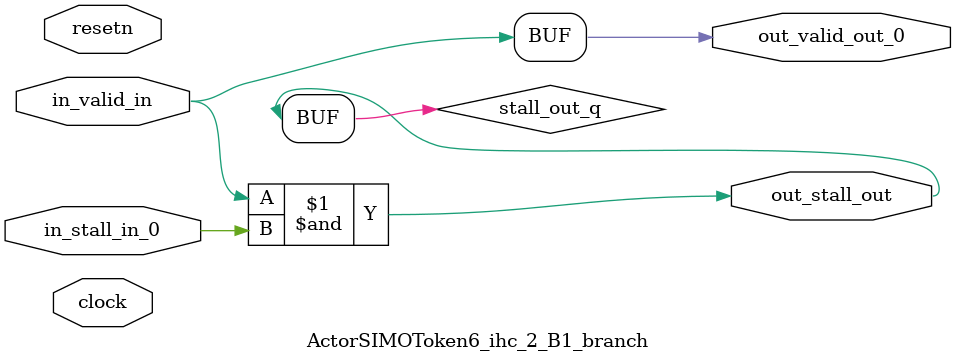
<source format=sv>



(* altera_attribute = "-name AUTO_SHIFT_REGISTER_RECOGNITION OFF; -name MESSAGE_DISABLE 10036; -name MESSAGE_DISABLE 10037; -name MESSAGE_DISABLE 14130; -name MESSAGE_DISABLE 14320; -name MESSAGE_DISABLE 15400; -name MESSAGE_DISABLE 14130; -name MESSAGE_DISABLE 10036; -name MESSAGE_DISABLE 12020; -name MESSAGE_DISABLE 12030; -name MESSAGE_DISABLE 12010; -name MESSAGE_DISABLE 12110; -name MESSAGE_DISABLE 14320; -name MESSAGE_DISABLE 13410; -name MESSAGE_DISABLE 113007; -name MESSAGE_DISABLE 10958" *)
module ActorSIMOToken6_ihc_2_B1_branch (
    input wire [0:0] in_stall_in_0,
    input wire [0:0] in_valid_in,
    output wire [0:0] out_stall_out,
    output wire [0:0] out_valid_out_0,
    input wire clock,
    input wire resetn
    );

    wire [0:0] stall_out_q;


    // stall_out(LOGICAL,6)
    assign stall_out_q = in_valid_in & in_stall_in_0;

    // out_stall_out(GPOUT,4)
    assign out_stall_out = stall_out_q;

    // out_valid_out_0(GPOUT,5)
    assign out_valid_out_0 = in_valid_in;

endmodule

</source>
